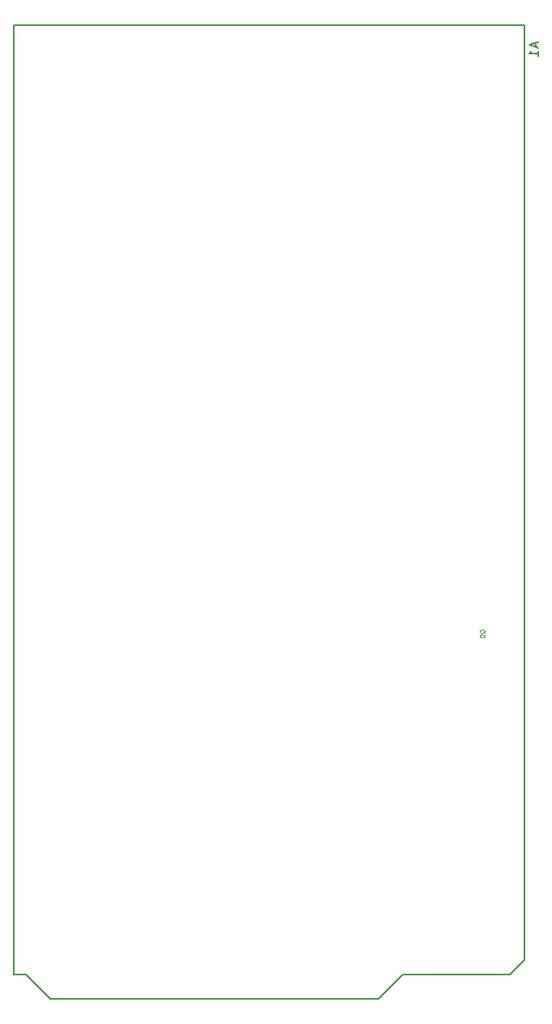
<source format=gbr>
%TF.GenerationSoftware,KiCad,Pcbnew,7.0.6-0*%
%TF.CreationDate,2023-09-22T13:52:59-04:00*%
%TF.ProjectId,SurfaceMounted,53757266-6163-4654-9d6f-756e7465642e,rev?*%
%TF.SameCoordinates,Original*%
%TF.FileFunction,Legend,Bot*%
%TF.FilePolarity,Positive*%
%FSLAX46Y46*%
G04 Gerber Fmt 4.6, Leading zero omitted, Abs format (unit mm)*
G04 Created by KiCad (PCBNEW 7.0.6-0) date 2023-09-22 13:52:59*
%MOMM*%
%LPD*%
G01*
G04 APERTURE LIST*
%ADD10C,0.150000*%
%ADD11C,0.075000*%
G04 APERTURE END LIST*
D10*
X263058704Y-43230514D02*
X263058704Y-43706704D01*
X263344419Y-43135276D02*
X262344419Y-43468609D01*
X262344419Y-43468609D02*
X263344419Y-43801942D01*
X263344419Y-44659085D02*
X263344419Y-44087657D01*
X263344419Y-44373371D02*
X262344419Y-44373371D01*
X262344419Y-44373371D02*
X262487276Y-44278133D01*
X262487276Y-44278133D02*
X262582514Y-44182895D01*
X262582514Y-44182895D02*
X262630133Y-44087657D01*
D11*
X257201190Y-105273847D02*
X257701190Y-105273847D01*
X257701190Y-105273847D02*
X257701190Y-105154799D01*
X257701190Y-105154799D02*
X257677380Y-105083371D01*
X257677380Y-105083371D02*
X257629761Y-105035752D01*
X257629761Y-105035752D02*
X257582142Y-105011942D01*
X257582142Y-105011942D02*
X257486904Y-104988133D01*
X257486904Y-104988133D02*
X257415476Y-104988133D01*
X257415476Y-104988133D02*
X257320238Y-105011942D01*
X257320238Y-105011942D02*
X257272619Y-105035752D01*
X257272619Y-105035752D02*
X257225000Y-105083371D01*
X257225000Y-105083371D02*
X257201190Y-105154799D01*
X257201190Y-105154799D02*
X257201190Y-105273847D01*
X257701190Y-104678609D02*
X257701190Y-104630990D01*
X257701190Y-104630990D02*
X257677380Y-104583371D01*
X257677380Y-104583371D02*
X257653571Y-104559561D01*
X257653571Y-104559561D02*
X257605952Y-104535752D01*
X257605952Y-104535752D02*
X257510714Y-104511942D01*
X257510714Y-104511942D02*
X257391666Y-104511942D01*
X257391666Y-104511942D02*
X257296428Y-104535752D01*
X257296428Y-104535752D02*
X257248809Y-104559561D01*
X257248809Y-104559561D02*
X257225000Y-104583371D01*
X257225000Y-104583371D02*
X257201190Y-104630990D01*
X257201190Y-104630990D02*
X257201190Y-104678609D01*
X257201190Y-104678609D02*
X257225000Y-104726228D01*
X257225000Y-104726228D02*
X257248809Y-104750037D01*
X257248809Y-104750037D02*
X257296428Y-104773847D01*
X257296428Y-104773847D02*
X257391666Y-104797656D01*
X257391666Y-104797656D02*
X257510714Y-104797656D01*
X257510714Y-104797656D02*
X257605952Y-104773847D01*
X257605952Y-104773847D02*
X257653571Y-104750037D01*
X257653571Y-104750037D02*
X257677380Y-104726228D01*
X257677380Y-104726228D02*
X257701190Y-104678609D01*
D10*
%TO.C,A1*%
X261873600Y-41404800D02*
X208533600Y-41404800D01*
X261873600Y-41404800D02*
X261873600Y-138940800D01*
X208533600Y-41404800D02*
X208533600Y-140464800D01*
X261873600Y-138940800D02*
X260349600Y-140464800D01*
X249173600Y-140464800D02*
X260349600Y-140464800D01*
X209803600Y-140464800D02*
X212343600Y-143004800D01*
X208533600Y-140464800D02*
X209803600Y-140464800D01*
X246633600Y-143004800D02*
X249173600Y-140464800D01*
X212343600Y-143004800D02*
X246633600Y-143004800D01*
%TD*%
M02*

</source>
